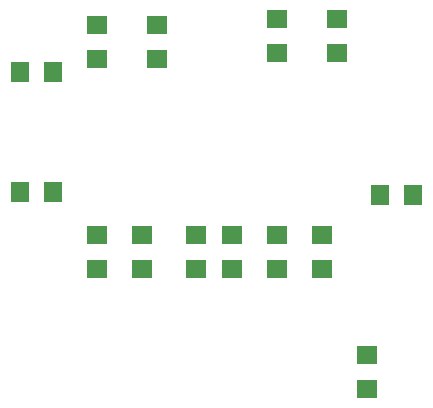
<source format=gbr>
G04 EAGLE Gerber RS-274X export*
G75*
%MOMM*%
%FSLAX34Y34*%
%LPD*%
%INSolderpaste Top*%
%IPPOS*%
%AMOC8*
5,1,8,0,0,1.08239X$1,22.5*%
G01*
%ADD10R,1.803000X1.600000*%
%ADD11R,1.600000X1.803000*%


D10*
X358140Y136140D03*
X358140Y107700D03*
X320040Y209300D03*
X320040Y237740D03*
X281940Y209300D03*
X281940Y237740D03*
X243840Y209300D03*
X243840Y237740D03*
X213360Y209300D03*
X213360Y237740D03*
X167640Y209300D03*
X167640Y237740D03*
X129540Y209300D03*
X129540Y237740D03*
D11*
X64520Y375920D03*
X92960Y375920D03*
D10*
X281940Y392180D03*
X281940Y420620D03*
X180340Y415540D03*
X180340Y387100D03*
D11*
X64520Y274320D03*
X92960Y274320D03*
X397760Y271780D03*
X369320Y271780D03*
D10*
X129540Y415540D03*
X129540Y387100D03*
X332740Y420620D03*
X332740Y392180D03*
M02*

</source>
